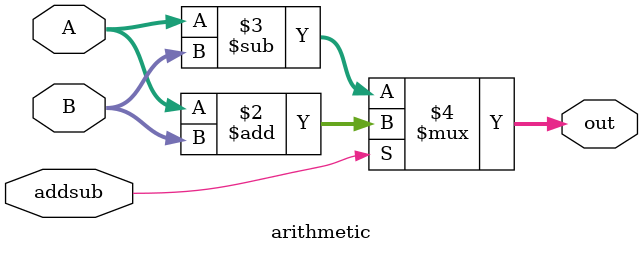
<source format=v>
module arithmetic(A, B, addsub, out);
	input [15:0] A;
	input [15:0] B;
	input addsub;
	output reg [15:0] out;
	
	always @(A, B, addsub)
		out <= addsub ? A+B : A-B;
		
endmodule
</source>
